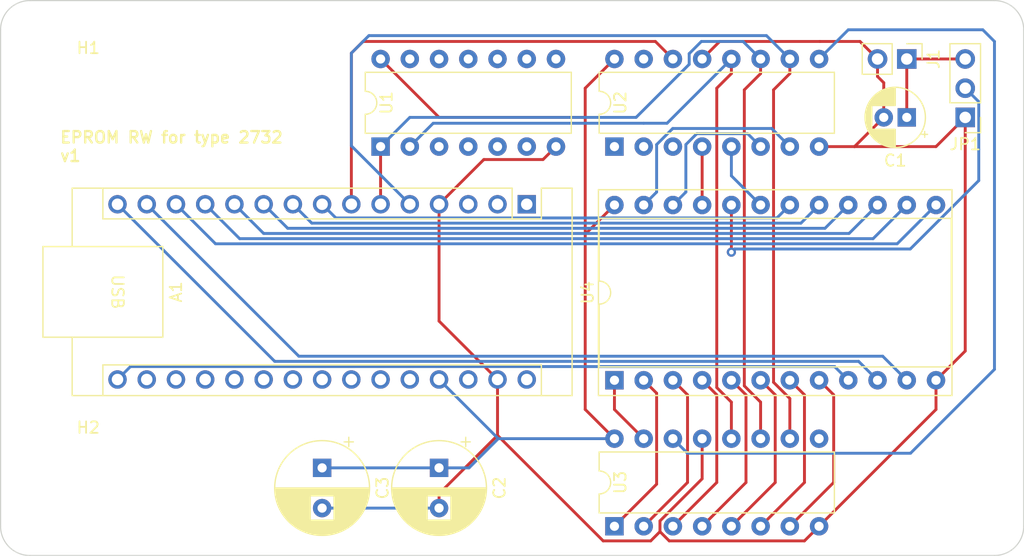
<source format=kicad_pcb>
(kicad_pcb (version 20211014) (generator pcbnew)
  (layers (0 "F.Cu" signal) (31 "B.Cu" signal) (34 "B.Paste" user) (35 "F.Paste" user) (36 "B.SilkS" user "B.Silkscreen") (37 "F.SilkS" user "F.Silkscreen") (38 "B.Mask" user) (39 "F.Mask" user) (44 "Edge.Cuts" user))
  (net 0 "")
  (net 4 "GND")
  (net 5 "clock")
  (net 6 "reset")
  (net 7 "serial")
  (net 8 "B0")
  (net 9 "B1")
  (net 10 "B2")
  (net 11 "B3")
  (net 12 "B4")
  (net 13 "B5")
  (net 14 "B6")
  (net 15 "B7")
  (net 16 "CE")
  (net 27 "+5V")
  (net 29 "Net-(U1-Pad2)")
  (net 30 "VPP")
  (net 31 "Net-(JP1-Pad2)")
  (net 32 "Net-(U2-Pad4)")
  (net 33 "Net-(U2-Pad5)")
  (net 34 "Net-(U2-Pad6)")
  (net 35 "Net-(U2-Pad7)")
  (net 39 "Net-(U3-Pad7)")
  (net 40 "Net-(U3-Pad15)")
  (net 41 "Net-(U2-Pad9)")
  (net 45 "Net-(U3-Pad1)")
  (net 46 "Net-(U3-Pad2)")
  (net 47 "Net-(U3-Pad3)")
  (net 48 "Net-(U3-Pad4)")
  (net 49 "Net-(U3-Pad5)")
  (net 50 "Net-(U3-Pad6)")
  (footprint "MountingHole:MountingHole_2.5mm" (layer "F.Cu") (at 119.38 109.22)
    (fp_text reference "H1" (at 0 -3.5) (layer "F.SilkS"))
    (fp_text value "MountingHole" hide)
    (pad "" np_thru_hole circle (at 0 0) (size 2.5 2.5) (drill 2.5) (layers *.Cu *.Mask))
  )
  (footprint "Module:Arduino_Nano" (layer "F.Cu") (at 157.48 119.315 -90)
    (fp_text reference "A1" (at 7.62 30.48 90) (layer "F.SilkS"))
    (fp_text value "Arduino_Nano_v3.x" hide)
    (fp_text user "USB" (at 7.62 35.56 -90 unlocked) (layer "F.SilkS"))
    (pad "1" thru_hole rect locked (at 0 0 270) (size 1.6 1.6) (drill 1) (layers *.Cu *.Mask))
    (pad "2" thru_hole oval locked (at 0 2.54 270) (size 1.6 1.6) (drill 1) (layers *.Cu *.Mask))
    (pad "3" thru_hole oval locked (at 0 5.08 270) (size 1.6 1.6) (drill 1) (layers *.Cu *.Mask))
    (pad "4" thru_hole oval locked (at 0 7.62 270) (size 1.6 1.6) (drill 1) (layers *.Cu *.Mask) (net 4 "GND"))
    (pad "5" thru_hole oval locked (at 0 10.16 270) (size 1.6 1.6) (drill 1) (layers *.Cu *.Mask) (net 6 "reset"))
    (pad "6" thru_hole oval locked (at 0 12.7 270) (size 1.6 1.6) (drill 1) (layers *.Cu *.Mask) (net 5 "clock"))
    (pad "7" thru_hole oval locked (at 0 15.24 270) (size 1.6 1.6) (drill 1) (layers *.Cu *.Mask) (net 7 "serial"))
    (pad "8" thru_hole oval locked (at 0 17.78 270) (size 1.6 1.6) (drill 1) (layers *.Cu *.Mask) (net 16 "CE"))
    (pad "9" thru_hole oval locked (at 0 20.32 270) (size 1.6 1.6) (drill 1) (layers *.Cu *.Mask) (net 15 "B7"))
    (pad "10" thru_hole oval locked (at 0 22.86 270) (size 1.6 1.6) (drill 1) (layers *.Cu *.Mask) (net 14 "B6"))
    (pad "11" thru_hole oval locked (at 0 25.4 270) (size 1.6 1.6) (drill 1) (layers *.Cu *.Mask) (net 13 "B5"))
    (pad "12" thru_hole oval locked (at 0 27.94 270) (size 1.6 1.6) (drill 1) (layers *.Cu *.Mask) (net 12 "B4"))
    (pad "13" thru_hole oval locked (at 0 30.48 270) (size 1.6 1.6) (drill 1) (layers *.Cu *.Mask) (net 11 "B3"))
    (pad "14" thru_hole oval locked (at 0 33.02 270) (size 1.6 1.6) (drill 1) (layers *.Cu *.Mask) (net 10 "B2"))
    (pad "15" thru_hole oval locked (at 0 35.56 270) (size 1.6 1.6) (drill 1) (layers *.Cu *.Mask) (net 9 "B1"))
    (pad "16" thru_hole oval locked (at 15.24 35.56 270) (size 1.6 1.6) (drill 1) (layers *.Cu *.Mask) (net 8 "B0"))
    (pad "17" thru_hole oval locked (at 15.24 33.02 270) (size 1.6 1.6) (drill 1) (layers *.Cu *.Mask))
    (pad "18" thru_hole oval locked (at 15.24 30.48 270) (size 1.6 1.6) (drill 1) (layers *.Cu *.Mask))
    (pad "19" thru_hole oval locked (at 15.24 27.94 270) (size 1.6 1.6) (drill 1) (layers *.Cu *.Mask))
    (pad "20" thru_hole oval locked (at 15.24 25.4 270) (size 1.6 1.6) (drill 1) (layers *.Cu *.Mask))
    (pad "21" thru_hole oval locked (at 15.24 22.86 270) (size 1.6 1.6) (drill 1) (layers *.Cu *.Mask))
    (pad "22" thru_hole oval locked (at 15.24 20.32 270) (size 1.6 1.6) (drill 1) (layers *.Cu *.Mask))
    (pad "23" thru_hole oval locked (at 15.24 17.78 270) (size 1.6 1.6) (drill 1) (layers *.Cu *.Mask))
    (pad "24" thru_hole oval locked (at 15.24 15.24 270) (size 1.6 1.6) (drill 1) (layers *.Cu *.Mask))
    (pad "25" thru_hole oval locked (at 15.24 12.7 270) (size 1.6 1.6) (drill 1) (layers *.Cu *.Mask))
    (pad "26" thru_hole oval locked (at 15.24 10.16 270) (size 1.6 1.6) (drill 1) (layers *.Cu *.Mask))
    (pad "27" thru_hole oval locked (at 15.24 7.62 270) (size 1.6 1.6) (drill 1) (layers *.Cu *.Mask) (net 27 "+5V"))
    (pad "28" thru_hole oval locked (at 15.24 5.08 270) (size 1.6 1.6) (drill 1) (layers *.Cu *.Mask))
    (pad "29" thru_hole oval locked (at 15.24 2.54 270) (size 1.6 1.6) (drill 1) (layers *.Cu *.Mask) (net 4 "GND"))
    (pad "30" thru_hole oval locked (at 15.24 0 270) (size 1.6 1.6) (drill 1) (layers *.Cu *.Mask))
  )
  (footprint "Package_DIP:DIP-24_W15.24mm_Socket" (layer "F.Cu") (at 165.1 134.62 90)
    (fp_text reference "U4" (at 7.62 -2.33 90) (layer "F.SilkS"))
    (fp_text value "2732")
    (pad "1" thru_hole rect locked (at 0 0 90) (size 1.6 1.6) (drill 0.8) (layers *.Cu *.Mask) (net 40 "Net-(U3-Pad15)"))
    (pad "2" thru_hole oval locked (at 0 2.54 90) (size 1.6 1.6) (drill 0.8) (layers *.Cu *.Mask) (net 45 "Net-(U3-Pad1)"))
    (pad "3" thru_hole oval locked (at 0 5.08 90) (size 1.6 1.6) (drill 0.8) (layers *.Cu *.Mask) (net 46 "Net-(U3-Pad2)"))
    (pad "4" thru_hole oval locked (at 0 7.62 90) (size 1.6 1.6) (drill 0.8) (layers *.Cu *.Mask) (net 47 "Net-(U3-Pad3)"))
    (pad "5" thru_hole oval locked (at 0 10.16 90) (size 1.6 1.6) (drill 0.8) (layers *.Cu *.Mask) (net 48 "Net-(U3-Pad4)"))
    (pad "6" thru_hole oval locked (at 0 12.7 90) (size 1.6 1.6) (drill 0.8) (layers *.Cu *.Mask) (net 49 "Net-(U3-Pad5)"))
    (pad "7" thru_hole oval locked (at 0 15.24 90) (size 1.6 1.6) (drill 0.8) (layers *.Cu *.Mask) (net 50 "Net-(U3-Pad6)"))
    (pad "8" thru_hole oval locked (at 0 17.78 90) (size 1.6 1.6) (drill 0.8) (layers *.Cu *.Mask) (net 39 "Net-(U3-Pad7)"))
    (pad "9" thru_hole oval locked (at 0 20.32 90) (size 1.6 1.6) (drill 0.8) (layers *.Cu *.Mask) (net 8 "B0"))
    (pad "10" thru_hole oval locked (at 0 22.86 90) (size 1.6 1.6) (drill 0.8) (layers *.Cu *.Mask) (net 9 "B1"))
    (pad "11" thru_hole oval locked (at 0 25.4 90) (size 1.6 1.6) (drill 0.8) (layers *.Cu *.Mask) (net 10 "B2"))
    (pad "12" thru_hole oval locked (at 0 27.94 90) (size 1.6 1.6) (drill 0.8) (layers *.Cu *.Mask) (net 4 "GND"))
    (pad "13" thru_hole oval locked (at 15.24 27.94 90) (size 1.6 1.6) (drill 0.8) (layers *.Cu *.Mask) (net 11 "B3"))
    (pad "14" thru_hole oval locked (at 15.24 25.4 90) (size 1.6 1.6) (drill 0.8) (layers *.Cu *.Mask) (net 12 "B4"))
    (pad "15" thru_hole oval locked (at 15.24 22.86 90) (size 1.6 1.6) (drill 0.8) (layers *.Cu *.Mask) (net 13 "B5"))
    (pad "16" thru_hole oval locked (at 15.24 20.32 90) (size 1.6 1.6) (drill 0.8) (layers *.Cu *.Mask) (net 14 "B6"))
    (pad "17" thru_hole oval locked (at 15.24 17.78 90) (size 1.6 1.6) (drill 0.8) (layers *.Cu *.Mask) (net 15 "B7"))
    (pad "18" thru_hole oval locked (at 15.24 15.24 90) (size 1.6 1.6) (drill 0.8) (layers *.Cu *.Mask) (net 16 "CE"))
    (pad "19" thru_hole oval locked (at 15.24 12.7 90) (size 1.6 1.6) (drill 0.8) (layers *.Cu *.Mask) (net 33 "Net-(U2-Pad5)"))
    (pad "20" thru_hole oval locked (at 15.24 10.16 90) (size 1.6 1.6) (drill 0.8) (layers *.Cu *.Mask) (net 31 "Net-(JP1-Pad2)"))
    (pad "21" thru_hole oval locked (at 15.24 7.62 90) (size 1.6 1.6) (drill 0.8) (layers *.Cu *.Mask) (net 32 "Net-(U2-Pad4)"))
    (pad "22" thru_hole oval locked (at 15.24 5.08 90) (size 1.6 1.6) (drill 0.8) (layers *.Cu *.Mask) (net 34 "Net-(U2-Pad6)"))
    (pad "23" thru_hole oval locked (at 15.24 2.54 90) (size 1.6 1.6) (drill 0.8) (layers *.Cu *.Mask) (net 35 "Net-(U2-Pad7)"))
    (pad "24" thru_hole oval locked (at 15.24 0 90) (size 1.6 1.6) (drill 0.8) (layers *.Cu *.Mask) (net 27 "+5V"))
  )
  (footprint "MountingHole:MountingHole_2.5mm" (layer "F.Cu") (at 119.38 142.24)
    (fp_text reference "H2" (at 0 -3.5) (layer "F.SilkS"))
    (fp_text value "MountingHole" hide)
    (pad "" np_thru_hole circle (at 0 0) (size 2.5 2.5) (drill 2.5) (layers *.Cu *.Mask))
  )
  (footprint "Capacitor_THT:CP_Radial_D8.0mm_P3.50mm" (layer "F.Cu") (at 149.86 142.24 -90)
    (fp_text reference "C2" (at 1.75 -5.25 90) (layer "F.SilkS"))
    (fp_text value "C_Polarized" hide)
    (pad "1" thru_hole rect (at 0 0 270) (size 1.6 1.6) (drill 0.8) (layers *.Cu *.Mask) (net 27 "+5V"))
    (pad "2" thru_hole circle (at 3.5 0 270) (size 1.6 1.6) (drill 0.8) (layers *.Cu *.Mask) (net 4 "GND"))
  )
  (footprint "Connector_PinHeader_2.54mm:PinHeader_1x03_P2.54mm_Vertical" (layer "F.Cu") (at 195.58 111.76 180)
    (fp_text reference "JP1" (at 0 -2.33) (layer "F.SilkS"))
    (fp_text value "Jumper_3_Bridged12" hide)
    (pad "1" thru_hole rect (at 0 0 180) (size 1.7 1.7) (drill 1) (layers *.Cu *.Mask) (net 4 "GND"))
    (pad "2" thru_hole oval (at 0 2.54 180) (size 1.7 1.7) (drill 1) (layers *.Cu *.Mask) (net 31 "Net-(JP1-Pad2)"))
    (pad "3" thru_hole oval (at 0 5.08 180) (size 1.7 1.7) (drill 1) (layers *.Cu *.Mask) (net 30 "VPP"))
  )
  (footprint "Package_DIP:DIP-14_W7.62mm" (layer "F.Cu") (at 144.78 114.3 90)
    (fp_text reference "U1" (at 3.81 0.508 90) (layer "F.SilkS"))
    (fp_text value "74LS04")
    (pad "1" thru_hole rect locked (at 0 0 90) (size 1.6 1.6) (drill 0.8) (layers *.Cu *.Mask) (net 5 "clock"))
    (pad "2" thru_hole oval locked (at 0 2.54 90) (size 1.6 1.6) (drill 0.8) (layers *.Cu *.Mask) (net 29 "Net-(U1-Pad2)"))
    (pad "3" thru_hole oval locked (at 0 5.08 90) (size 1.6 1.6) (drill 0.8) (layers *.Cu *.Mask))
    (pad "4" thru_hole oval locked (at 0 7.62 90) (size 1.6 1.6) (drill 0.8) (layers *.Cu *.Mask))
    (pad "5" thru_hole oval locked (at 0 10.16 90) (size 1.6 1.6) (drill 0.8) (layers *.Cu *.Mask))
    (pad "6" thru_hole oval locked (at 0 12.7 90) (size 1.6 1.6) (drill 0.8) (layers *.Cu *.Mask))
    (pad "7" thru_hole oval locked (at 0 15.24 90) (size 1.6 1.6) (drill 0.8) (layers *.Cu *.Mask) (net 4 "GND"))
    (pad "8" thru_hole oval locked (at 7.62 15.24 90) (size 1.6 1.6) (drill 0.8) (layers *.Cu *.Mask))
    (pad "9" thru_hole oval locked (at 7.62 12.7 90) (size 1.6 1.6) (drill 0.8) (layers *.Cu *.Mask))
    (pad "10" thru_hole oval locked (at 7.62 10.16 90) (size 1.6 1.6) (drill 0.8) (layers *.Cu *.Mask))
    (pad "11" thru_hole oval locked (at 7.62 7.62 90) (size 1.6 1.6) (drill 0.8) (layers *.Cu *.Mask))
    (pad "12" thru_hole oval locked (at 7.62 5.08 90) (size 1.6 1.6) (drill 0.8) (layers *.Cu *.Mask))
    (pad "13" thru_hole oval locked (at 7.62 2.54 90) (size 1.6 1.6) (drill 0.8) (layers *.Cu *.Mask))
    (pad "14" thru_hole oval locked (at 7.62 0 90) (size 1.6 1.6) (drill 0.8) (layers *.Cu *.Mask) (net 27 "+5V"))
  )
  (footprint "Capacitor_THT:CP_Radial_D5.0mm_P2.00mm" (layer "F.Cu") (at 190.5 111.76 180)
    (fp_text reference "C1" (at 1 -3.75) (layer "F.SilkS"))
    (fp_text value "C_Polarized_Small")
    (pad "1" thru_hole rect (at 0 0 180) (size 1.6 1.6) (drill 0.8) (layers *.Cu *.Mask) (net 30 "VPP"))
    (pad "2" thru_hole circle (at 2 0 180) (size 1.6 1.6) (drill 0.8) (layers *.Cu *.Mask) (net 4 "GND"))
  )
  (footprint "Capacitor_THT:CP_Radial_D8.0mm_P3.50mm" (layer "F.Cu") (at 139.7 142.24 -90)
    (fp_text reference "C3" (at 1.75 -5.25 90) (layer "F.SilkS"))
    (fp_text value "C_Polarized" hide)
    (pad "1" thru_hole rect (at 0 0 270) (size 1.6 1.6) (drill 0.8) (layers *.Cu *.Mask) (net 27 "+5V"))
    (pad "2" thru_hole circle (at 3.5 0 270) (size 1.6 1.6) (drill 0.8) (layers *.Cu *.Mask) (net 4 "GND"))
  )
  (footprint "Connector_PinHeader_2.54mm:PinHeader_1x02_P2.54mm_Vertical" (layer "F.Cu") (at 190.5 106.68 -90)
    (fp_text reference "J1" (at 0 -2.33 90) (layer "F.SilkS"))
    (fp_text value "Conn_01x02_Female" hide)
    (pad "1" thru_hole rect (at 0 0 270) (size 1.7 1.7) (drill 1) (layers *.Cu *.Mask) (net 30 "VPP"))
    (pad "2" thru_hole oval (at 0 2.54 270) (size 1.7 1.7) (drill 1) (layers *.Cu *.Mask) (net 4 "GND"))
  )
  (footprint "Package_DIP:DIP-16_W7.62mm" (layer "F.Cu") (at 165.1 114.3 90)
    (fp_text reference "U2" (at 3.81 0.508 90) (layer "F.SilkS"))
    (fp_text value "74HC595")
    (pad "1" thru_hole rect locked (at 0 0 90) (size 1.6 1.6) (drill 0.8) (layers *.Cu *.Mask))
    (pad "2" thru_hole oval locked (at 0 2.54 90) (size 1.6 1.6) (drill 0.8) (layers *.Cu *.Mask))
    (pad "3" thru_hole oval locked (at 0 5.08 90) (size 1.6 1.6) (drill 0.8) (layers *.Cu *.Mask))
    (pad "4" thru_hole oval locked (at 0 7.62 90) (size 1.6 1.6) (drill 0.8) (layers *.Cu *.Mask) (net 32 "Net-(U2-Pad4)"))
    (pad "5" thru_hole oval locked (at 0 10.16 90) (size 1.6 1.6) (drill 0.8) (layers *.Cu *.Mask) (net 33 "Net-(U2-Pad5)"))
    (pad "6" thru_hole oval locked (at 0 12.7 90) (size 1.6 1.6) (drill 0.8) (layers *.Cu *.Mask) (net 34 "Net-(U2-Pad6)"))
    (pad "7" thru_hole oval locked (at 0 15.24 90) (size 1.6 1.6) (drill 0.8) (layers *.Cu *.Mask) (net 35 "Net-(U2-Pad7)"))
    (pad "8" thru_hole oval locked (at 0 17.78 90) (size 1.6 1.6) (drill 0.8) (layers *.Cu *.Mask) (net 4 "GND"))
    (pad "9" thru_hole oval locked (at 7.62 17.78 90) (size 1.6 1.6) (drill 0.8) (layers *.Cu *.Mask) (net 41 "Net-(U2-Pad9)"))
    (pad "10" thru_hole oval locked (at 7.62 15.24 90) (size 1.6 1.6) (drill 0.8) (layers *.Cu *.Mask) (net 6 "reset"))
    (pad "11" thru_hole oval locked (at 7.62 12.7 90) (size 1.6 1.6) (drill 0.8) (layers *.Cu *.Mask) (net 5 "clock"))
    (pad "12" thru_hole oval locked (at 7.62 10.16 90) (size 1.6 1.6) (drill 0.8) (layers *.Cu *.Mask) (net 29 "Net-(U1-Pad2)"))
    (pad "13" thru_hole oval locked (at 7.62 7.62 90) (size 1.6 1.6) (drill 0.8) (layers *.Cu *.Mask) (net 4 "GND"))
    (pad "14" thru_hole oval locked (at 7.62 5.08 90) (size 1.6 1.6) (drill 0.8) (layers *.Cu *.Mask) (net 7 "serial"))
    (pad "15" thru_hole oval locked (at 7.62 2.54 90) (size 1.6 1.6) (drill 0.8) (layers *.Cu *.Mask))
    (pad "16" thru_hole oval locked (at 7.62 0 90) (size 1.6 1.6) (drill 0.8) (layers *.Cu *.Mask) (net 27 "+5V"))
  )
  (footprint "Package_DIP:DIP-16_W7.62mm" (layer "F.Cu") (at 165.1 147.32 90)
    (fp_text reference "U3" (at 3.81 0.508 90) (layer "F.SilkS"))
    (fp_text value "74HC595")
    (pad "1" thru_hole rect locked (at 0 0 90) (size 1.6 1.6) (drill 0.8) (layers *.Cu *.Mask) (net 45 "Net-(U3-Pad1)"))
    (pad "2" thru_hole oval locked (at 0 2.54 90) (size 1.6 1.6) (drill 0.8) (layers *.Cu *.Mask) (net 46 "Net-(U3-Pad2)"))
    (pad "3" thru_hole oval locked (at 0 5.08 90) (size 1.6 1.6) (drill 0.8) (layers *.Cu *.Mask) (net 47 "Net-(U3-Pad3)"))
    (pad "4" thru_hole oval locked (at 0 7.62 90) (size 1.6 1.6) (drill 0.8) (layers *.Cu *.Mask) (net 48 "Net-(U3-Pad4)"))
    (pad "5" thru_hole oval locked (at 0 10.16 90) (size 1.6 1.6) (drill 0.8) (layers *.Cu *.Mask) (net 49 "Net-(U3-Pad5)"))
    (pad "6" thru_hole oval locked (at 0 12.7 90) (size 1.6 1.6) (drill 0.8) (layers *.Cu *.Mask) (net 50 "Net-(U3-Pad6)"))
    (pad "7" thru_hole oval locked (at 0 15.24 90) (size 1.6 1.6) (drill 0.8) (layers *.Cu *.Mask) (net 39 "Net-(U3-Pad7)"))
    (pad "8" thru_hole oval locked (at 0 17.78 90) (size 1.6 1.6) (drill 0.8) (layers *.Cu *.Mask) (net 4 "GND"))
    (pad "9" thru_hole oval locked (at 7.62 17.78 90) (size 1.6 1.6) (drill 0.8) (layers *.Cu *.Mask))
    (pad "10" thru_hole oval locked (at 7.62 15.24 90) (size 1.6 1.6) (drill 0.8) (layers *.Cu *.Mask) (net 6 "reset"))
    (pad "11" thru_hole oval locked (at 7.62 12.7 90) (size 1.6 1.6) (drill 0.8) (layers *.Cu *.Mask) (net 5 "clock"))
    (pad "12" thru_hole oval locked (at 7.62 10.16 90) (size 1.6 1.6) (drill 0.8) (layers *.Cu *.Mask) (net 29 "Net-(U1-Pad2)"))
    (pad "13" thru_hole oval locked (at 7.62 7.62 90) (size 1.6 1.6) (drill 0.8) (layers *.Cu *.Mask) (net 4 "GND"))
    (pad "14" thru_hole oval locked (at 7.62 5.08 90) (size 1.6 1.6) (drill 0.8) (layers *.Cu *.Mask) (net 41 "Net-(U2-Pad9)"))
    (pad "15" thru_hole oval locked (at 7.62 2.54 90) (size 1.6 1.6) (drill 0.8) (layers *.Cu *.Mask) (net 40 "Net-(U3-Pad15)"))
    (pad "16" thru_hole oval locked (at 7.62 0 90) (size 1.6 1.6) (drill 0.8) (layers *.Cu *.Mask) (net 27 "+5V"))
  )
  (gr_line (start 198.12 149.86) (end 114.3 149.86) (layer "Edge.Cuts") (width 0.1))
  (gr_line (start 114.3 101.6) (end 198.12 101.6) (layer "Edge.Cuts") (width 0.1))
  (gr_arc (start 111.76 104.14) (mid 112.503949 102.343949) (end 114.3 101.6) (layer "Edge.Cuts") (width 0.1))
  (gr_line (start 200.66 104.14) (end 200.66 147.32) (layer "Edge.Cuts") (width 0.1))
  (gr_arc (start 198.12 101.6) (mid 199.916051 102.343949) (end 200.66 104.14) (layer "Edge.Cuts") (width 0.1))
  (gr_line (start 111.76 147.32) (end 111.76 104.14) (layer "Edge.Cuts") (width 0.1))
  (gr_arc (start 114.3 149.86) (mid 112.503949 149.116051) (end 111.76 147.32) (layer "Edge.Cuts") (width 0.1))
  (gr_arc (start 200.66 147.32) (mid 199.916051 149.116051) (end 198.12 149.86) (layer "Edge.Cuts") (width 0.1))
  (gr_text "EPROM RW for type 2732\nv1" (at 116.84 114.3) (layer "F.SilkS") (effects (font (size 1 1) (thickness 0.2)) (justify left)))
  (segment (start 172.72 106.68) (end 174.244 105.156) (width 0.25) (layer "F.Cu") (net 4))
  (segment (start 172.72 139.7) (end 172.72 143.189009) (width 0.25) (layer "F.Cu") (net 4))
  (segment (start 149.86 129.475) (end 154.94 134.555) (width 0.25) (layer "F.Cu") (net 4))
  (segment (start 169.859009 148.59) (end 181.61 148.59) (width 0.25) (layer "F.Cu") (net 4))
  (segment (start 195.58 111.76) (end 195.58 132.08) (width 0.25) (layer "F.Cu") (net 4))
  (segment (start 149.86 119.315) (end 153.75 115.425) (width 0.25) (layer "F.Cu") (net 4))
  (segment (start 182.88 114.3) (end 185.96 114.3) (width 0.25) (layer "F.Cu") (net 4))
  (segment (start 188.5 108.744) (end 188.5 111.76) (width 0.25) (layer "F.Cu") (net 4))
  (segment (start 164.12 148.59) (end 168.250991 148.59) (width 0.25) (layer "F.Cu") (net 4))
  (segment (start 149.86 144.49) (end 154.94 139.41) (width 0.25) (layer "F.Cu") (net 4))
  (segment (start 195.58 111.76) (end 193.04 114.3) (width 0.25) (layer "F.Cu") (net 4))
  (segment (start 172.72 143.189009) (end 169.055 146.854009) (width 0.25) (layer "F.Cu") (net 4))
  (segment (start 193.04 114.3) (end 185.96 114.3) (width 0.25) (layer "F.Cu") (net 4))
  (segment (start 188.5 111.76) (end 185.96 114.3) (width 0.25) (layer "F.Cu") (net 4))
  (segment (start 193.04 137.16) (end 193.04 134.62) (width 0.25) (layer "F.Cu") (net 4))
  (segment (start 187.96 108.204) (end 188.5 108.744) (width 0.25) (layer "F.Cu") (net 4))
  (segment (start 187.96 106.68) (end 187.96 108.204) (width 0.25) (layer "F.Cu") (net 4))
  (segment (start 153.75 115.425) (end 158.895 115.425) (width 0.25) (layer "F.Cu") (net 4))
  (segment (start 168.250991 148.59) (end 169.055 147.785991) (width 0.25) (layer "F.Cu") (net 4))
  (segment (start 182.88 147.32) (end 193.04 137.16) (width 0.25) (layer "F.Cu") (net 4))
  (segment (start 181.61 148.59) (end 182.88 147.32) (width 0.25) (layer "F.Cu") (net 4))
  (segment (start 186.436 105.156) (end 187.96 106.68) (width 0.25) (layer "F.Cu") (net 4))
  (segment (start 174.244 105.156) (end 182.946991 105.156) (width 0.25) (layer "F.Cu") (net 4))
  (segment (start 154.94 134.555) (end 154.94 139.41) (width 0.25) (layer "F.Cu") (net 4))
  (segment (start 169.055 146.854009) (end 169.055 147.785991) (width 0.25) (layer "F.Cu") (net 4))
  (segment (start 154.94 139.41) (end 164.12 148.59) (width 0.25) (layer "F.Cu") (net 4))
  (segment (start 149.86 119.315) (end 149.86 129.475) (width 0.25) (layer "F.Cu") (net 4))
  (segment (start 195.58 132.08) (end 193.04 134.62) (width 0.25) (layer "F.Cu") (net 4))
  (segment (start 158.895 115.425) (end 160.02 114.3) (width 0.25) (layer "F.Cu") (net 4))
  (segment (start 182.946991 105.156) (end 186.436 105.156) (width 0.25) (layer "F.Cu") (net 4))
  (segment (start 149.86 145.74) (end 149.86 144.49) (width 0.25) (layer "F.Cu") (net 4))
  (segment (start 169.055 147.785991) (end 169.859009 148.59) (width 0.25) (layer "F.Cu") (net 4))
  (segment (start 149.86 145.74) (end 139.7 145.74) (width 0.25) (layer "B.Cu") (net 4))
  (segment (start 176.385 109.365) (end 177.8 107.95) (width 0.25) (layer "F.Cu") (net 5))
  (segment (start 177.8 107.95) (end 177.8 106.68) (width 0.25) (layer "F.Cu") (net 5))
  (segment (start 177.8 139.7) (end 177.8 136.523604) (width 0.25) (layer "F.Cu") (net 5))
  (segment (start 177.8 136.523604) (end 176.385 135.108604) (width 0.25) (layer "F.Cu") (net 5))
  (segment (start 176.385 135.108604) (end 176.385 109.365) (width 0.25) (layer "F.Cu") (net 5))
  (segment (start 144.78 119.315) (end 144.78 114.3) (width 0.25) (layer "F.Cu") (net 5))
  (segment (start 176.276 105.156) (end 172.653009 105.156) (width 0.25) (layer "B.Cu") (net 5))
  (segment (start 177.8 106.68) (end 176.276 105.156) (width 0.25) (layer "B.Cu") (net 5))
  (segment (start 147.32 111.76) (end 144.78 114.3) (width 0.25) (layer "B.Cu") (net 5))
  (segment (start 172.653009 105.156) (end 171.595 106.214009) (width 0.25) (layer "B.Cu") (net 5))
  (segment (start 166.980991 111.76) (end 147.32 111.76) (width 0.25) (layer "B.Cu") (net 5))
  (segment (start 171.595 106.214009) (end 171.595 107.145991) (width 0.25) (layer "B.Cu") (net 5))
  (segment (start 171.595 107.145991) (end 166.980991 111.76) (width 0.25) (layer "B.Cu") (net 5))
  (segment (start 178.925 109.365) (end 178.925 134.795991) (width 0.25) (layer "F.Cu") (net 6))
  (segment (start 180.34 107.95) (end 178.925 109.365) (width 0.25) (layer "F.Cu") (net 6))
  (segment (start 180.34 136.210991) (end 180.34 139.7) (width 0.25) (layer "F.Cu") (net 6))
  (segment (start 180.34 106.68) (end 180.34 107.95) (width 0.25) (layer "F.Cu") (net 6))
  (segment (start 178.925 134.795991) (end 180.34 136.210991) (width 0.25) (layer "F.Cu") (net 6))
  (segment (start 142.24 114.235) (end 142.24 106.172) (width 0.25) (layer "B.Cu") (net 6))
  (segment (start 147.32 119.315) (end 142.24 114.235) (width 0.25) (layer "B.Cu") (net 6))
  (segment (start 178.308 104.648) (end 180.34 106.68) (width 0.25) (layer "B.Cu") (net 6))
  (segment (start 143.764 104.648) (end 178.308 104.648) (width 0.25) (layer "B.Cu") (net 6))
  (segment (start 142.24 106.172) (end 143.764 104.648) (width 0.25) (layer "B.Cu") (net 6))
  (segment (start 143.256 105.156) (end 142.24 106.172) (width 0.25) (layer "F.Cu") (net 7))
  (segment (start 168.656 105.156) (end 143.256 105.156) (width 0.25) (layer "F.Cu") (net 7))
  (segment (start 170.18 106.68) (end 168.656 105.156) (width 0.25) (layer "F.Cu") (net 7))
  (segment (start 142.24 106.172) (end 142.24 119.315) (width 0.25) (layer "F.Cu") (net 7))
  (segment (start 184.23 133.43) (end 185.42 134.62) (width 0.25) (layer "B.Cu") (net 8))
  (segment (start 121.92 134.555) (end 123.045 133.43) (width 0.25) (layer "B.Cu") (net 8))
  (segment (start 123.045 133.43) (end 184.23 133.43) (width 0.25) (layer "B.Cu") (net 8))
  (segment (start 135.585 132.98) (end 186.32 132.98) (width 0.25) (layer "B.Cu") (net 9))
  (segment (start 186.32 132.98) (end 187.96 134.62) (width 0.25) (layer "B.Cu") (net 9))
  (segment (start 121.92 119.315) (end 135.585 132.98) (width 0.25) (layer "B.Cu") (net 9))
  (segment (start 188.41 132.53) (end 190.5 134.62) (width 0.25) (layer "B.Cu") (net 10))
  (segment (start 124.46 119.315) (end 137.675 132.53) (width 0.25) (layer "B.Cu") (net 10))
  (segment (start 137.675 132.53) (end 188.41 132.53) (width 0.25) (layer "B.Cu") (net 10))
  (segment (start 189.665 122.755) (end 130.44 122.755) (width 0.25) (layer "B.Cu") (net 11))
  (segment (start 193.04 119.38) (end 189.665 122.755) (width 0.25) (layer "B.Cu") (net 11))
  (segment (start 130.44 122.755) (end 127 119.315) (width 0.25) (layer "B.Cu") (net 11))
  (segment (start 187.575 122.305) (end 190.5 119.38) (width 0.25) (layer "B.Cu") (net 12))
  (segment (start 132.53 122.305) (end 187.575 122.305) (width 0.25) (layer "B.Cu") (net 12))
  (segment (start 129.54 119.315) (end 132.53 122.305) (width 0.25) (layer "B.Cu") (net 12))
  (segment (start 187.96 119.38) (end 185.485 121.855) (width 0.25) (layer "B.Cu") (net 13))
  (segment (start 185.485 121.855) (end 134.62 121.855) (width 0.25) (layer "B.Cu") (net 13))
  (segment (start 134.62 121.855) (end 132.08 119.315) (width 0.25) (layer "B.Cu") (net 13))
  (segment (start 136.71 121.405) (end 134.62 119.315) (width 0.25) (layer "B.Cu") (net 14))
  (segment (start 185.42 119.38) (end 183.395 121.405) (width 0.25) (layer "B.Cu") (net 14))
  (segment (start 183.395 121.405) (end 136.71 121.405) (width 0.25) (layer "B.Cu") (net 14))
  (segment (start 181.305 120.955) (end 182.88 119.38) (width 0.25) (layer "B.Cu") (net 15))
  (segment (start 138.8 120.955) (end 181.305 120.955) (width 0.25) (layer "B.Cu") (net 15))
  (segment (start 137.16 119.315) (end 138.8 120.955) (width 0.25) (layer "B.Cu") (net 15))
  (segment (start 139.7 119.315) (end 140.89 120.505) (width 0.25) (layer "B.Cu") (net 16))
  (segment (start 179.215 120.505) (end 180.34 119.38) (width 0.25) (layer "B.Cu") (net 16))
  (segment (start 140.89 120.505) (end 179.215 120.505) (width 0.25) (layer "B.Cu") (net 16))
  (segment (start 149.86 111.76) (end 162.56 111.76) (width 0.25) (layer "F.Cu") (net 27))
  (segment (start 162.56 111.76) (end 162.56 109.22) (width 0.25) (layer "F.Cu") (net 27))
  (segment (start 162.56 111.76) (end 162.56 121.92) (width 0.25) (layer "F.Cu") (net 27))
  (segment (start 162.56 121.92) (end 165.1 119.38) (width 0.25) (layer "F.Cu") (net 27))
  (segment (start 144.78 106.68) (end 149.86 111.76) (width 0.25) (layer "F.Cu") (net 27))
  (segment (start 165.1 139.7) (end 162.56 137.16) (width 0.25) (layer "F.Cu") (net 27))
  (segment (start 162.56 109.22) (end 165.1 106.68) (width 0.25) (layer "F.Cu") (net 27))
  (segment (start 162.56 137.16) (end 162.56 121.92) (width 0.25) (layer "F.Cu") (net 27))
  (segment (start 155.005 139.7) (end 165.1 139.7) (width 0.25) (layer "B.Cu") (net 27))
  (segment (start 149.86 142.24) (end 139.7 142.24) (width 0.25) (layer "B.Cu") (net 27))
  (segment (start 149.86 134.555) (end 155.005 139.7) (width 0.25) (layer "B.Cu") (net 27))
  (segment (start 152.465 142.24) (end 155.005 139.7) (width 0.25) (layer "B.Cu") (net 27))
  (segment (start 149.86 142.24) (end 152.465 142.24) (width 0.25) (layer "B.Cu") (net 27))
  (segment (start 175.26 106.68) (end 175.26 107.95) (width 0.25) (layer "F.Cu") (net 29))
  (segment (start 175.26 136.523604) (end 175.26 139.7) (width 0.25) (layer "F.Cu") (net 29))
  (segment (start 173.99 135.253604) (end 175.26 136.523604) (width 0.25) (layer "F.Cu") (net 29))
  (segment (start 175.26 107.95) (end 173.99 109.22) (width 0.25) (layer "F.Cu") (net 29))
  (segment (start 173.99 109.22) (end 173.99 135.253604) (width 0.25) (layer "F.Cu") (net 29))
  (segment (start 149.352 112.268) (end 167.64 112.268) (width 0.25) (layer "B.Cu") (net 29))
  (segment (start 147.32 114.3) (end 149.352 112.268) (width 0.25) (layer "B.Cu") (net 29))
  (segment (start 169.672 112.268) (end 167.64 112.268) (width 0.25) (layer "B.Cu") (net 29))
  (segment (start 175.26 106.68) (end 169.672 112.268) (width 0.25) (layer "B.Cu") (net 29))
  (segment (start 190.5 106.68) (end 190.5 111.76) (width 0.25) (layer "F.Cu") (net 30))
  (segment (start 195.58 106.68) (end 190.5 106.68) (width 0.25) (layer "F.Cu") (net 30))
  (segment (start 175.26 119.38) (end 175.26 123.4795) (width 0.25) (layer "F.Cu") (net 31))
  (via (at 175.26 123.4795) (size 0.8) (drill 0.4) (layers "F.Cu" "B.Cu") (net 31))
  (segment (start 196.755 110.395) (end 196.755 117.255991) (width 0.25) (layer "B.Cu") (net 31))
  (segment (start 196.755 117.255991) (end 190.805991 123.205) (width 0.25) (layer "B.Cu") (net 31))
  (segment (start 190.805991 123.205) (end 175.5345 123.205) (width 0.25) (layer "B.Cu") (net 31))
  (segment (start 195.58 109.22) (end 196.755 110.395) (width 0.25) (layer "B.Cu") (net 31))
  (segment (start 175.5345 123.205) (end 175.26 123.4795) (width 0.25) (layer "B.Cu") (net 31))
  (segment (start 172.72 114.3) (end 172.72 119.38) (width 0.25) (layer "F.Cu") (net 32))
  (segment (start 175.26 116.84) (end 177.8 119.38) (width 0.25) (layer "B.Cu") (net 33))
  (segment (start 175.26 116.84) (end 175.26 114.3) (width 0.25) (layer "B.Cu") (net 33))
  (segment (start 171.305 118.255) (end 171.305 114.124009) (width 0.25) (layer "B.Cu") (net 34))
  (segment (start 176.675 113.175) (end 177.8 114.3) (width 0.25) (layer "B.Cu") (net 34))
  (segment (start 172.254009 113.175) (end 176.675 113.175) (width 0.25) (layer "B.Cu") (net 34))
  (segment (start 171.305 114.124009) (end 172.254009 113.175) (width 0.25) (layer "B.Cu") (net 34))
  (segment (start 170.18 119.38) (end 171.305 118.255) (width 0.25) (layer "B.Cu") (net 34))
  (segment (start 180.34 114.3) (end 178.765 112.725) (width 0.25) (layer "B.Cu") (net 35))
  (segment (start 168.765 118.255) (end 167.64 119.38) (width 0.25) (layer "B.Cu") (net 35))
  (segment (start 178.765 112.725) (end 170.164009 112.725) (width 0.25) (layer "B.Cu") (net 35))
  (segment (start 170.164009 112.725) (end 168.765 114.124009) (width 0.25) (layer "B.Cu") (net 35))
  (segment (start 168.765 114.124009) (end 168.765 118.255) (width 0.25) (layer "B.Cu") (net 35))
  (segment (start 184.15 143.51) (end 184.15 135.89) (width 0.25) (layer "F.Cu") (net 39))
  (segment (start 180.34 147.32) (end 184.15 143.51) (width 0.25) (layer "F.Cu") (net 39))
  (segment (start 184.15 135.89) (end 182.88 134.62) (width 0.25) (layer "F.Cu") (net 39))
  (segment (start 165.1 134.62) (end 165.1 137.16) (width 0.25) (layer "F.Cu") (net 40))
  (segment (start 165.1 137.16) (end 167.64 139.7) (width 0.25) (layer "F.Cu") (net 40))
  (segment (start 170.18 139.7) (end 171.45 140.97) (width 0.25) (layer "B.Cu") (net 41))
  (segment (start 198.12 105.156) (end 197.104 104.14) (width 0.25) (layer "B.Cu") (net 41))
  (segment (start 190.820991 140.97) (end 198.12 133.670991) (width 0.25) (layer "B.Cu") (net 41))
  (segment (start 198.12 133.670991) (end 198.12 105.156) (width 0.25) (layer "B.Cu") (net 41))
  (segment (start 185.42 104.14) (end 182.88 106.68) (width 0.25) (layer "B.Cu") (net 41))
  (segment (start 171.45 140.97) (end 190.820991 140.97) (width 0.25) (layer "B.Cu") (net 41))
  (segment (start 197.104 104.14) (end 185.42 104.14) (width 0.25) (layer "B.Cu") (net 41))
  (segment (start 168.765 143.655) (end 165.1 147.32) (width 0.25) (layer "F.Cu") (net 45))
  (segment (start 168.765 135.745) (end 168.765 143.655) (width 0.25) (layer "F.Cu") (net 45))
  (segment (start 167.64 134.62) (end 168.765 135.745) (width 0.25) (layer "F.Cu") (net 45))
  (segment (start 171.45 135.89) (end 170.18 134.62) (width 0.25) (layer "F.Cu") (net 46))
  (segment (start 167.64 147.32) (end 171.45 143.51) (width 0.25) (layer "F.Cu") (net 46))
  (segment (start 171.45 143.51) (end 171.45 135.89) (width 0.25) (layer "F.Cu") (net 46))
  (segment (start 173.99 135.89) (end 172.72 134.62) (width 0.25) (layer "F.Cu") (net 47))
  (segment (start 170.18 147.32) (end 173.99 143.51) (width 0.25) (layer "F.Cu") (net 47))
  (segment (start 173.99 143.51) (end 173.99 135.89) (width 0.25) (layer "F.Cu") (net 47))
  (segment (start 176.53 143.51) (end 172.72 147.32) (width 0.25) (layer "F.Cu") (net 48))
  (segment (start 175.26 134.62) (end 176.53 135.89) (width 0.25) (layer "F.Cu") (net 48))
  (segment (start 176.53 135.89) (end 176.53 143.51) (width 0.25) (layer "F.Cu") (net 48))
  (segment (start 179.07 143.51) (end 175.26 147.32) (width 0.25) (layer "F.Cu") (net 49))
  (segment (start 177.8 134.62) (end 179.07 135.89) (width 0.25) (layer "F.Cu") (net 49))
  (segment (start 179.07 135.89) (end 179.07 143.51) (width 0.25) (layer "F.Cu") (net 49))
  (segment (start 180.34 134.62) (end 181.61 135.89) (width 0.25) (layer "F.Cu") (net 50))
  (segment (start 181.61 143.51) (end 177.8 147.32) (width 0.25) (layer "F.Cu") (net 50))
  (segment (start 181.61 135.89) (end 181.61 143.51) (width 0.25) (layer "F.Cu") (net 50))
)
</source>
